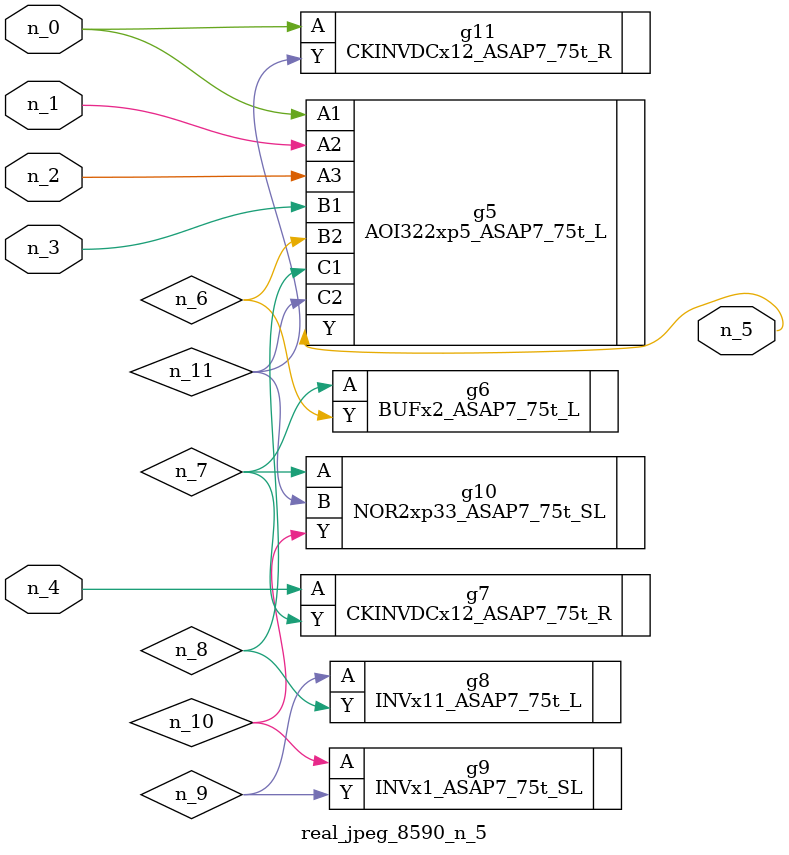
<source format=v>
module real_jpeg_8590_n_5 (n_4, n_0, n_1, n_2, n_3, n_5);

input n_4;
input n_0;
input n_1;
input n_2;
input n_3;

output n_5;

wire n_8;
wire n_11;
wire n_6;
wire n_7;
wire n_10;
wire n_9;

AOI322xp5_ASAP7_75t_L g5 ( 
.A1(n_0),
.A2(n_1),
.A3(n_2),
.B1(n_3),
.B2(n_6),
.C1(n_8),
.C2(n_11),
.Y(n_5)
);

CKINVDCx12_ASAP7_75t_R g11 ( 
.A(n_0),
.Y(n_11)
);

CKINVDCx12_ASAP7_75t_R g7 ( 
.A(n_4),
.Y(n_7)
);

BUFx2_ASAP7_75t_L g6 ( 
.A(n_7),
.Y(n_6)
);

NOR2xp33_ASAP7_75t_SL g10 ( 
.A(n_7),
.B(n_11),
.Y(n_10)
);

INVx11_ASAP7_75t_L g8 ( 
.A(n_9),
.Y(n_8)
);

INVx1_ASAP7_75t_SL g9 ( 
.A(n_10),
.Y(n_9)
);


endmodule
</source>
